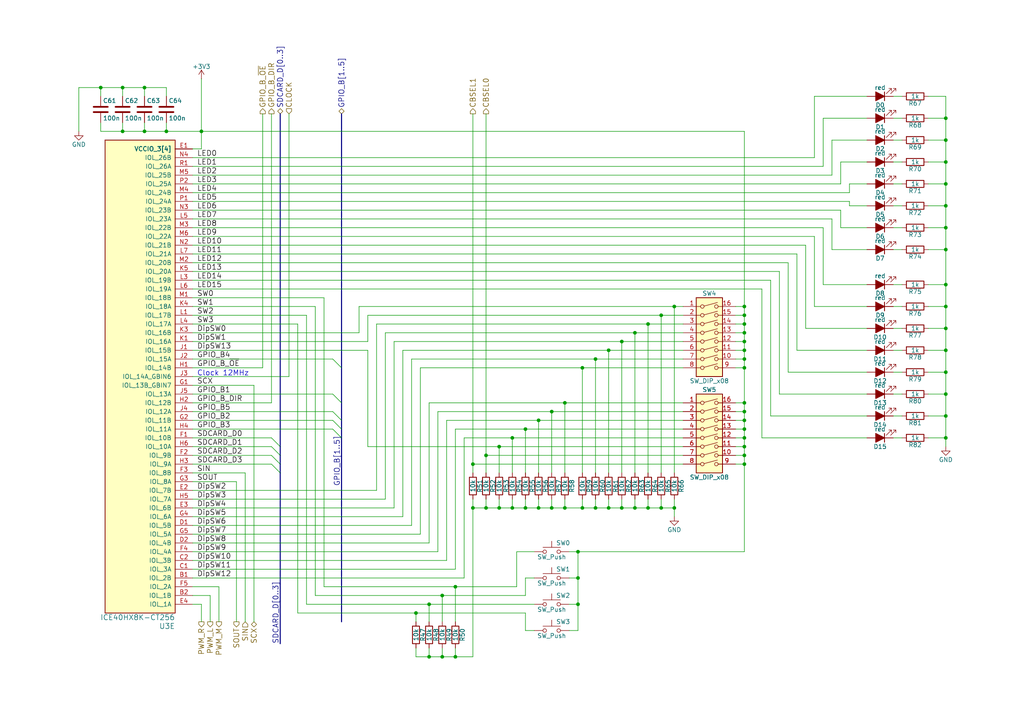
<source format=kicad_sch>
(kicad_sch (version 20231120) (generator "eeschema") (generator_version "8.0")
  (paper "A4")
  (title_block (title "Game Boy reverse eng. FPGA board") (date "2024-12-09") (rev "1") (company "CC-BY-SA-4.0 Michael Singer") (comment 1 "https://github.com/msinger/gbreveng/") (comment 2 "http://iceboy.a-singer.de/"))
  (junction (at 274.32 34.29))
  (junction (at 215.9 106.68))
  (junction (at 215.9 119.38))
  (junction (at 124.46 190.5))
  (junction (at 163.83 147.32))
  (junction (at 187.96 147.32))
  (junction (at 274.32 72.39))
  (junction (at 274.32 82.55))
  (junction (at 191.77 91.44))
  (junction (at 167.64 167.64))
  (junction (at 168.91 106.68))
  (junction (at 140.97 132.08))
  (junction (at 215.9 96.52))
  (junction (at 156.21 121.92))
  (junction (at 167.64 175.26))
  (junction (at 140.97 147.32))
  (junction (at 41.91 38.1))
  (junction (at 35.56 25.4))
  (junction (at 168.91 147.32))
  (junction (at 215.9 121.92))
  (junction (at 274.32 66.04))
  (junction (at 215.9 99.06))
  (junction (at 215.9 134.62))
  (junction (at 215.9 116.84))
  (junction (at 176.53 147.32))
  (junction (at 215.9 93.98))
  (junction (at 187.96 93.98))
  (junction (at 215.9 127))
  (junction (at 132.08 190.5))
  (junction (at 176.53 101.6))
  (junction (at 274.32 120.65))
  (junction (at 215.9 88.9))
  (junction (at 137.16 147.32))
  (junction (at 215.9 101.6))
  (junction (at 184.15 147.32))
  (junction (at 152.4 147.32))
  (junction (at 144.78 129.54))
  (junction (at 274.32 46.99))
  (junction (at 215.9 91.44))
  (junction (at 195.58 88.9))
  (junction (at 137.16 134.62))
  (junction (at 191.77 147.32))
  (junction (at 160.02 147.32))
  (junction (at 172.72 104.14))
  (junction (at 215.9 124.46))
  (junction (at 215.9 104.14))
  (junction (at 195.58 147.32))
  (junction (at 274.32 114.3))
  (junction (at 215.9 129.54))
  (junction (at 148.59 147.32))
  (junction (at 274.32 127))
  (junction (at 41.91 25.4))
  (junction (at 274.32 95.25))
  (junction (at 160.02 119.38))
  (junction (at 274.32 88.9))
  (junction (at 120.65 177.8))
  (junction (at 180.34 99.06))
  (junction (at 167.64 160.02))
  (junction (at 132.08 170.18))
  (junction (at 58.42 38.1))
  (junction (at 274.32 40.64))
  (junction (at 274.32 101.6))
  (junction (at 163.83 116.84))
  (junction (at 152.4 124.46))
  (junction (at 48.26 38.1))
  (junction (at 274.32 107.95))
  (junction (at 29.21 25.4))
  (junction (at 215.9 132.08))
  (junction (at 172.72 147.32))
  (junction (at 180.34 147.32))
  (junction (at 128.27 190.5))
  (junction (at 148.59 127))
  (junction (at 156.21 147.32))
  (junction (at 274.32 59.69))
  (junction (at 274.32 53.34))
  (junction (at 144.78 147.32))
  (junction (at 35.56 38.1))
  (junction (at 124.46 175.26))
  (junction (at 184.15 96.52))
  (junction (at 128.27 172.72))
  (bus_entry (at 78.74 134.62) (size 2.54 2.54))
  (bus_entry (at 78.74 132.08) (size 2.54 2.54))
  (bus_entry (at 96.52 124.46) (size 2.54 2.54))
  (bus_entry (at 78.74 127) (size 2.54 2.54))
  (bus_entry (at 78.74 129.54) (size 2.54 2.54))
  (bus_entry (at 96.52 104.14) (size 2.54 2.54))
  (bus_entry (at 96.52 119.38) (size 2.54 2.54))
  (bus_entry (at 96.52 121.92) (size 2.54 2.54))
  (bus_entry (at 96.52 114.3) (size 2.54 2.54))
  (wire (pts (xy 137.16 134.62) (xy 198.12 134.62)))
  (wire (pts (xy 132.08 180.34) (xy 132.08 170.18)))
  (wire (pts (xy 184.15 147.32) (xy 187.96 147.32)))
  (wire (pts (xy 129.54 121.92) (xy 156.21 121.92)))
  (wire (pts (xy 269.24 95.25) (xy 274.32 95.25)))
  (wire (pts (xy 236.22 88.9) (xy 236.22 68.58)))
  (wire (pts (xy 71.12 180.34) (xy 71.12 137.16)))
  (bus (pts (xy 99.06 124.46) (xy 99.06 127)))
  (wire (pts (xy 41.91 27.94) (xy 41.91 25.4)))
  (wire (pts (xy 274.32 120.65) (xy 274.32 127)))
  (wire (pts (xy 215.9 38.1) (xy 215.9 88.9)))
  (wire (pts (xy 55.88 139.7) (xy 68.58 139.7)))
  (wire (pts (xy 152.4 167.64) (xy 154.94 167.64)))
  (wire (pts (xy 195.58 137.16) (xy 195.58 88.9)))
  (bus (pts (xy 99.06 116.84) (xy 99.06 121.92)))
  (wire (pts (xy 140.97 144.78) (xy 140.97 147.32)))
  (wire (pts (xy 78.74 129.54) (xy 55.88 129.54)))
  (wire (pts (xy 167.64 160.02) (xy 167.64 167.64)))
  (wire (pts (xy 251.46 59.69) (xy 246.38 59.69)))
  (wire (pts (xy 152.4 124.46) (xy 198.12 124.46)))
  (wire (pts (xy 152.4 147.32) (xy 156.21 147.32)))
  (wire (pts (xy 215.9 96.52) (xy 213.36 96.52)))
  (wire (pts (xy 223.52 120.65) (xy 223.52 81.28)))
  (wire (pts (xy 132.08 124.46) (xy 152.4 124.46)))
  (wire (pts (xy 187.96 144.78) (xy 187.96 147.32)))
  (wire (pts (xy 78.74 132.08) (xy 55.88 132.08)))
  (wire (pts (xy 55.88 99.06) (xy 106.68 99.06)))
  (wire (pts (xy 187.96 93.98) (xy 198.12 93.98)))
  (wire (pts (xy 111.76 96.52) (xy 184.15 96.52)))
  (wire (pts (xy 176.53 147.32) (xy 180.34 147.32)))
  (wire (pts (xy 160.02 144.78) (xy 160.02 147.32)))
  (wire (pts (xy 187.96 147.32) (xy 191.77 147.32)))
  (wire (pts (xy 251.46 27.94) (xy 236.22 27.94)))
  (wire (pts (xy 55.88 160.02) (xy 127 160.02)))
  (wire (pts (xy 55.88 88.9) (xy 91.44 88.9)))
  (wire (pts (xy 215.9 127) (xy 213.36 127)))
  (wire (pts (xy 238.76 66.04) (xy 55.88 66.04)))
  (wire (pts (xy 215.9 91.44) (xy 215.9 93.98)))
  (wire (pts (xy 274.32 46.99) (xy 274.32 53.34)))
  (wire (pts (xy 128.27 180.34) (xy 128.27 172.72)))
  (wire (pts (xy 55.88 149.86) (xy 116.84 149.86)))
  (wire (pts (xy 163.83 116.84) (xy 198.12 116.84)))
  (wire (pts (xy 167.64 160.02) (xy 165.1 160.02)))
  (wire (pts (xy 261.62 114.3) (xy 259.08 114.3)))
  (wire (pts (xy 140.97 33.02) (xy 140.97 132.08)))
  (wire (pts (xy 29.21 25.4) (xy 35.56 25.4)))
  (wire (pts (xy 261.62 127) (xy 259.08 127)))
  (wire (pts (xy 134.62 167.64) (xy 134.62 127)))
  (wire (pts (xy 48.26 35.56) (xy 48.26 38.1)))
  (wire (pts (xy 215.9 134.62) (xy 213.36 134.62)))
  (wire (pts (xy 124.46 157.48) (xy 124.46 116.84)))
  (wire (pts (xy 58.42 43.18) (xy 55.88 43.18)))
  (wire (pts (xy 274.32 34.29) (xy 269.24 34.29)))
  (wire (pts (xy 215.9 91.44) (xy 213.36 91.44)))
  (wire (pts (xy 269.24 107.95) (xy 274.32 107.95)))
  (wire (pts (xy 41.91 38.1) (xy 41.91 35.56)))
  (wire (pts (xy 215.9 106.68) (xy 213.36 106.68)))
  (wire (pts (xy 241.3 72.39) (xy 241.3 63.5)))
  (wire (pts (xy 165.1 175.26) (xy 167.64 175.26)))
  (wire (pts (xy 78.74 116.84) (xy 78.74 33.02)))
  (wire (pts (xy 261.62 46.99) (xy 259.08 46.99)))
  (wire (pts (xy 226.06 78.74) (xy 55.88 78.74)))
  (wire (pts (xy 165.1 167.64) (xy 167.64 167.64)))
  (bus (pts (xy 99.06 106.68) (xy 99.06 116.84)))
  (wire (pts (xy 215.9 104.14) (xy 213.36 104.14)))
  (wire (pts (xy 223.52 81.28) (xy 55.88 81.28)))
  (wire (pts (xy 180.34 144.78) (xy 180.34 147.32)))
  (wire (pts (xy 104.14 88.9) (xy 195.58 88.9)))
  (wire (pts (xy 55.88 91.44) (xy 88.9 91.44)))
  (wire (pts (xy 274.32 95.25) (xy 274.32 101.6)))
  (wire (pts (xy 132.08 170.18) (xy 149.86 170.18)))
  (wire (pts (xy 195.58 147.32) (xy 195.58 149.86)))
  (wire (pts (xy 29.21 27.94) (xy 29.21 25.4)))
  (wire (pts (xy 187.96 137.16) (xy 187.96 93.98)))
  (wire (pts (xy 274.32 107.95) (xy 274.32 114.3)))
  (wire (pts (xy 228.6 76.2) (xy 55.88 76.2)))
  (wire (pts (xy 274.32 59.69) (xy 274.32 66.04)))
  (wire (pts (xy 274.32 72.39) (xy 269.24 72.39)))
  (wire (pts (xy 231.14 101.6) (xy 231.14 73.66)))
  (wire (pts (xy 124.46 190.5) (xy 128.27 190.5)))
  (wire (pts (xy 251.46 127) (xy 220.98 127)))
  (wire (pts (xy 259.08 120.65) (xy 261.62 120.65)))
  (wire (pts (xy 55.88 111.76) (xy 73.66 111.76)))
  (wire (pts (xy 215.9 106.68) (xy 215.9 116.84)))
  (wire (pts (xy 184.15 137.16) (xy 184.15 96.52)))
  (wire (pts (xy 241.3 63.5) (xy 55.88 63.5)))
  (wire (pts (xy 176.53 137.16) (xy 176.53 101.6)))
  (wire (pts (xy 137.16 147.32) (xy 140.97 147.32)))
  (wire (pts (xy 220.98 127) (xy 220.98 83.82)))
  (bus (pts (xy 99.06 33.02) (xy 99.06 106.68)))
  (wire (pts (xy 215.9 99.06) (xy 213.36 99.06)))
  (wire (pts (xy 149.86 170.18) (xy 149.86 160.02)))
  (wire (pts (xy 55.88 147.32) (xy 114.3 147.32)))
  (wire (pts (xy 124.46 187.96) (xy 124.46 190.5)))
  (wire (pts (xy 243.84 53.34) (xy 55.88 53.34)))
  (wire (pts (xy 274.32 27.94) (xy 274.32 34.29)))
  (wire (pts (xy 215.9 116.84) (xy 215.9 119.38)))
  (wire (pts (xy 73.66 111.76) (xy 73.66 180.34)))
  (wire (pts (xy 274.32 59.69) (xy 269.24 59.69)))
  (wire (pts (xy 22.86 25.4) (xy 22.86 38.1)))
  (wire (pts (xy 86.36 177.8) (xy 120.65 177.8)))
  (wire (pts (xy 180.34 147.32) (xy 184.15 147.32)))
  (bus (pts (xy 81.28 134.62) (xy 81.28 137.16)))
  (wire (pts (xy 172.72 104.14) (xy 198.12 104.14)))
  (wire (pts (xy 274.32 72.39) (xy 274.32 82.55)))
  (wire (pts (xy 251.46 72.39) (xy 241.3 72.39)))
  (wire (pts (xy 55.88 137.16) (xy 71.12 137.16)))
  (wire (pts (xy 91.44 88.9) (xy 91.44 172.72)))
  (wire (pts (xy 163.83 144.78) (xy 163.83 147.32)))
  (wire (pts (xy 29.21 38.1) (xy 35.56 38.1)))
  (wire (pts (xy 137.16 134.62) (xy 137.16 137.16)))
  (wire (pts (xy 152.4 182.88) (xy 154.94 182.88)))
  (wire (pts (xy 55.88 152.4) (xy 119.38 152.4)))
  (wire (pts (xy 144.78 147.32) (xy 148.59 147.32)))
  (wire (pts (xy 215.9 119.38) (xy 213.36 119.38)))
  (wire (pts (xy 269.24 53.34) (xy 274.32 53.34)))
  (wire (pts (xy 215.9 124.46) (xy 213.36 124.46)))
  (wire (pts (xy 251.46 53.34) (xy 246.38 53.34)))
  (wire (pts (xy 168.91 147.32) (xy 172.72 147.32)))
  (wire (pts (xy 114.3 147.32) (xy 114.3 99.06)))
  (wire (pts (xy 251.46 66.04) (xy 243.84 66.04)))
  (wire (pts (xy 269.24 66.04) (xy 274.32 66.04)))
  (bus (pts (xy 81.28 137.16) (xy 81.28 186.69)))
  (wire (pts (xy 124.46 175.26) (xy 154.94 175.26)))
  (wire (pts (xy 251.46 114.3) (xy 226.06 114.3)))
  (wire (pts (xy 243.84 46.99) (xy 243.84 53.34)))
  (wire (pts (xy 259.08 66.04) (xy 261.62 66.04)))
  (wire (pts (xy 106.68 101.6) (xy 106.68 129.54)))
  (wire (pts (xy 137.16 190.5) (xy 137.16 147.32)))
  (wire (pts (xy 251.46 101.6) (xy 231.14 101.6)))
  (wire (pts (xy 55.88 175.26) (xy 58.42 175.26)))
  (wire (pts (xy 132.08 165.1) (xy 132.08 124.46)))
  (wire (pts (xy 172.72 137.16) (xy 172.72 104.14)))
  (wire (pts (xy 58.42 38.1) (xy 215.9 38.1)))
  (wire (pts (xy 168.91 106.68) (xy 198.12 106.68)))
  (wire (pts (xy 251.46 82.55) (xy 238.76 82.55)))
  (wire (pts (xy 160.02 137.16) (xy 160.02 119.38)))
  (wire (pts (xy 55.88 119.38) (xy 96.52 119.38)))
  (wire (pts (xy 55.88 93.98) (xy 86.36 93.98)))
  (wire (pts (xy 215.9 104.14) (xy 215.9 106.68)))
  (wire (pts (xy 172.72 147.32) (xy 176.53 147.32)))
  (bus (pts (xy 81.28 33.02) (xy 81.28 129.54)))
  (wire (pts (xy 137.16 33.02) (xy 137.16 134.62)))
  (wire (pts (xy 215.9 116.84) (xy 213.36 116.84)))
  (wire (pts (xy 124.46 116.84) (xy 163.83 116.84)))
  (wire (pts (xy 167.64 182.88) (xy 165.1 182.88)))
  (wire (pts (xy 119.38 152.4) (xy 119.38 104.14)))
  (wire (pts (xy 195.58 144.78) (xy 195.58 147.32)))
  (wire (pts (xy 120.65 177.8) (xy 152.4 177.8)))
  (wire (pts (xy 274.32 114.3) (xy 269.24 114.3)))
  (wire (pts (xy 215.9 121.92) (xy 213.36 121.92)))
  (wire (pts (xy 274.32 127) (xy 269.24 127)))
  (wire (pts (xy 144.78 129.54) (xy 198.12 129.54)))
  (wire (pts (xy 238.76 34.29) (xy 238.76 48.26)))
  (wire (pts (xy 120.65 180.34) (xy 120.65 177.8)))
  (wire (pts (xy 236.22 68.58) (xy 55.88 68.58)))
  (wire (pts (xy 274.32 88.9) (xy 269.24 88.9)))
  (wire (pts (xy 152.4 137.16) (xy 152.4 124.46)))
  (wire (pts (xy 274.32 82.55) (xy 274.32 88.9)))
  (wire (pts (xy 132.08 190.5) (xy 132.08 187.96)))
  (wire (pts (xy 215.9 119.38) (xy 215.9 121.92)))
  (wire (pts (xy 58.42 175.26) (xy 58.42 180.34)))
  (wire (pts (xy 215.9 96.52) (xy 215.9 99.06)))
  (wire (pts (xy 109.22 93.98) (xy 187.96 93.98)))
  (wire (pts (xy 215.9 129.54) (xy 213.36 129.54)))
  (wire (pts (xy 55.88 167.64) (xy 134.62 167.64)))
  (wire (pts (xy 228.6 107.95) (xy 228.6 76.2)))
  (wire (pts (xy 259.08 27.94) (xy 261.62 27.94)))
  (wire (pts (xy 241.3 50.8) (xy 55.88 50.8)))
  (wire (pts (xy 274.32 82.55) (xy 269.24 82.55)))
  (wire (pts (xy 269.24 40.64) (xy 274.32 40.64)))
  (wire (pts (xy 55.88 86.36) (xy 93.98 86.36)))
  (wire (pts (xy 86.36 93.98) (xy 86.36 177.8)))
  (wire (pts (xy 167.64 175.26) (xy 167.64 182.88)))
  (wire (pts (xy 215.9 93.98) (xy 213.36 93.98)))
  (wire (pts (xy 259.08 107.95) (xy 261.62 107.95)))
  (wire (pts (xy 156.21 137.16) (xy 156.21 121.92)))
  (wire (pts (xy 124.46 180.34) (xy 124.46 175.26)))
  (wire (pts (xy 160.02 147.32) (xy 163.83 147.32)))
  (wire (pts (xy 55.88 114.3) (xy 96.52 114.3)))
  (wire (pts (xy 111.76 144.78) (xy 111.76 96.52)))
  (wire (pts (xy 121.92 154.94) (xy 121.92 106.68)))
  (wire (pts (xy 96.52 121.92) (xy 55.88 121.92)))
  (wire (pts (xy 152.4 172.72) (xy 152.4 167.64)))
  (wire (pts (xy 274.32 101.6) (xy 269.24 101.6)))
  (bus (pts (xy 99.06 121.92) (xy 99.06 124.46)))
  (wire (pts (xy 274.32 46.99) (xy 269.24 46.99)))
  (wire (pts (xy 191.77 91.44) (xy 198.12 91.44)))
  (wire (pts (xy 35.56 35.56) (xy 35.56 38.1)))
  (wire (pts (xy 246.38 58.42) (xy 55.88 58.42)))
  (wire (pts (xy 76.2 106.68) (xy 76.2 33.02)))
  (wire (pts (xy 116.84 101.6) (xy 176.53 101.6)))
  (wire (pts (xy 215.9 93.98) (xy 215.9 96.52)))
  (wire (pts (xy 269.24 27.94) (xy 274.32 27.94)))
  (wire (pts (xy 220.98 83.82) (xy 55.88 83.82)))
  (wire (pts (xy 156.21 121.92) (xy 198.12 121.92)))
  (bus (pts (xy 81.28 129.54) (xy 81.28 132.08)))
  (wire (pts (xy 137.16 147.32) (xy 137.16 144.78)))
  (wire (pts (xy 35.56 38.1) (xy 41.91 38.1)))
  (wire (pts (xy 184.15 96.52) (xy 198.12 96.52)))
  (bus (pts (xy 99.06 127) (xy 99.06 180.34)))
  (wire (pts (xy 215.9 99.06) (xy 215.9 101.6)))
  (wire (pts (xy 215.9 124.46) (xy 215.9 127)))
  (wire (pts (xy 106.68 129.54) (xy 144.78 129.54)))
  (wire (pts (xy 93.98 86.36) (xy 93.98 170.18)))
  (wire (pts (xy 55.88 116.84) (xy 78.74 116.84)))
  (wire (pts (xy 104.14 96.52) (xy 104.14 88.9)))
  (wire (pts (xy 168.91 137.16) (xy 168.91 106.68)))
  (wire (pts (xy 233.68 71.12) (xy 55.88 71.12)))
  (wire (pts (xy 215.9 127) (xy 215.9 129.54)))
  (wire (pts (xy 132.08 190.5) (xy 137.16 190.5)))
  (wire (pts (xy 274.32 53.34) (xy 274.32 59.69)))
  (wire (pts (xy 176.53 101.6) (xy 198.12 101.6)))
  (wire (pts (xy 41.91 25.4) (xy 48.26 25.4)))
  (wire (pts (xy 215.9 121.92) (xy 215.9 124.46)))
  (wire (pts (xy 215.9 132.08) (xy 213.36 132.08)))
  (wire (pts (xy 246.38 59.69) (xy 246.38 58.42)))
  (wire (pts (xy 156.21 144.78) (xy 156.21 147.32)))
  (wire (pts (xy 168.91 144.78) (xy 168.91 147.32)))
  (wire (pts (xy 261.62 59.69) (xy 259.08 59.69)))
  (wire (pts (xy 215.9 101.6) (xy 213.36 101.6)))
  (wire (pts (xy 233.68 95.25) (xy 233.68 71.12)))
  (wire (pts (xy 119.38 104.14) (xy 172.72 104.14)))
  (wire (pts (xy 68.58 180.34) (xy 68.58 139.7)))
  (wire (pts (xy 180.34 99.06) (xy 180.34 137.16)))
  (wire (pts (xy 55.88 172.72) (xy 60.96 172.72)))
  (wire (pts (xy 269.24 120.65) (xy 274.32 120.65)))
  (wire (pts (xy 96.52 104.14) (xy 55.88 104.14)))
  (wire (pts (xy 259.08 40.64) (xy 261.62 40.64)))
  (wire (pts (xy 191.77 137.16) (xy 191.77 91.44)))
  (wire (pts (xy 251.46 88.9) (xy 236.22 88.9)))
  (wire (pts (xy 215.9 88.9) (xy 215.9 91.44)))
  (wire (pts (xy 88.9 91.44) (xy 88.9 175.26)))
  (wire (pts (xy 243.84 66.04) (xy 243.84 60.96)))
  (wire (pts (xy 114.3 99.06) (xy 180.34 99.06)))
  (wire (pts (xy 148.59 127) (xy 198.12 127)))
  (wire (pts (xy 55.88 154.94) (xy 121.92 154.94)))
  (wire (pts (xy 191.77 144.78) (xy 191.77 147.32)))
  (wire (pts (xy 236.22 45.72) (xy 55.88 45.72)))
  (wire (pts (xy 128.27 172.72) (xy 152.4 172.72)))
  (wire (pts (xy 215.9 88.9) (xy 213.36 88.9)))
  (wire (pts (xy 274.32 127) (xy 274.32 129.54)))
  (wire (pts (xy 261.62 88.9) (xy 259.08 88.9)))
  (wire (pts (xy 140.97 132.08) (xy 140.97 137.16)))
  (wire (pts (xy 236.22 27.94) (xy 236.22 45.72)))
  (wire (pts (xy 60.96 172.72) (xy 60.96 180.34)))
  (wire (pts (xy 109.22 142.24) (xy 109.22 93.98)))
  (wire (pts (xy 121.92 106.68) (xy 168.91 106.68)))
  (wire (pts (xy 129.54 162.56) (xy 129.54 121.92)))
  (wire (pts (xy 251.46 34.29) (xy 238.76 34.29)))
  (wire (pts (xy 261.62 34.29) (xy 259.08 34.29)))
  (wire (pts (xy 29.21 38.1) (xy 29.21 35.56)))
  (wire (pts (xy 58.42 22.86) (xy 58.42 38.1)))
  (wire (pts (xy 226.06 114.3) (xy 226.06 78.74)))
  (wire (pts (xy 148.59 137.16) (xy 148.59 127)))
  (wire (pts (xy 243.84 60.96) (xy 55.88 60.96)))
  (wire (pts (xy 55.88 144.78) (xy 111.76 144.78)))
  (wire (pts (xy 246.38 53.34) (xy 246.38 55.88)))
  (wire (pts (xy 55.88 109.22) (xy 83.82 109.22)))
  (wire (pts (xy 48.26 38.1) (xy 58.42 38.1)))
  (wire (pts (xy 167.64 167.64) (xy 167.64 175.26)))
  (wire (pts (xy 215.9 160.02) (xy 167.64 160.02)))
  (wire (pts (xy 238.76 82.55) (xy 238.76 66.04)))
  (wire (pts (xy 238.76 48.26) (xy 55.88 48.26)))
  (wire (pts (xy 172.72 144.78) (xy 172.72 147.32)))
  (wire (pts (xy 274.32 66.04) (xy 274.32 72.39)))
  (wire (pts (xy 251.46 40.64) (xy 241.3 40.64)))
  (bus (pts (xy 81.28 132.08) (xy 81.28 134.62)))
  (wire (pts (xy 251.46 95.25) (xy 233.68 95.25)))
  (wire (pts (xy 195.58 88.9) (xy 198.12 88.9)))
  (wire (pts (xy 55.88 134.62) (xy 78.74 134.62)))
  (wire (pts (xy 152.4 144.78) (xy 152.4 147.32)))
  (wire (pts (xy 127 119.38) (xy 160.02 119.38)))
  (wire (pts (xy 63.5 170.18) (xy 63.5 180.34)))
  (wire (pts (xy 259.08 53.34) (xy 261.62 53.34)))
  (wire (pts (xy 160.02 119.38) (xy 198.12 119.38)))
  (wire (pts (xy 274.32 101.6) (xy 274.32 107.95)))
  (wire (pts (xy 128.27 187.96) (xy 128.27 190.5)))
  (wire (pts (xy 144.78 137.16) (xy 144.78 129.54)))
  (wire (pts (xy 241.3 40.64) (xy 241.3 50.8)))
  (wire (pts (xy 152.4 177.8) (xy 152.4 182.88)))
  (wire (pts (xy 246.38 55.88) (xy 55.88 55.88)))
  (wire (pts (xy 41.91 38.1) (xy 48.26 38.1)))
  (wire (pts (xy 274.32 40.64) (xy 274.32 46.99)))
  (wire (pts (xy 78.74 127) (xy 55.88 127)))
  (wire (pts (xy 35.56 27.94) (xy 35.56 25.4)))
  (wire (pts (xy 184.15 144.78) (xy 184.15 147.32)))
  (wire (pts (xy 106.68 99.06) (xy 106.68 91.44)))
  (wire (pts (xy 128.27 190.5) (xy 132.08 190.5)))
  (wire (pts (xy 163.83 147.32) (xy 168.91 147.32)))
  (wire (pts (xy 140.97 147.32) (xy 144.78 147.32)))
  (wire (pts (xy 148.59 147.32) (xy 152.4 147.32)))
  (wire (pts (xy 180.34 99.06) (xy 198.12 99.06)))
  (wire (pts (xy 261.62 72.39) (xy 259.08 72.39)))
  (wire (pts (xy 55.88 157.48) (xy 124.46 157.48)))
  (wire (pts (xy 144.78 144.78) (xy 144.78 147.32)))
  (wire (pts (xy 116.84 149.86) (xy 116.84 101.6)))
  (wire (pts (xy 91.44 172.72) (xy 128.27 172.72)))
  (wire (pts (xy 215.9 134.62) (xy 215.9 160.02)))
  (wire (pts (xy 274.32 34.29) (xy 274.32 40.64)))
  (wire (pts (xy 48.26 25.4) (xy 48.26 27.94)))
  (wire (pts (xy 149.86 160.02) (xy 154.94 160.02)))
  (wire (pts (xy 191.77 147.32) (xy 195.58 147.32)))
  (wire (pts (xy 55.88 165.1) (xy 132.08 165.1)))
  (wire (pts (xy 215.9 101.6) (xy 215.9 104.14)))
  (wire (pts (xy 215.9 132.08) (xy 215.9 134.62)))
  (wire (pts (xy 251.46 107.95) (xy 228.6 107.95)))
  (wire (pts (xy 251.46 46.99) (xy 243.84 46.99)))
  (wire (pts (xy 134.62 127) (xy 148.59 127)))
  (wire (pts (xy 58.42 38.1) (xy 58.42 43.18)))
  (wire (pts (xy 83.82 109.22) (xy 83.82 33.02)))
  (wire (pts (xy 55.88 142.24) (xy 109.22 142.24)))
  (wire (pts (xy 127 160.02) (xy 127 119.38)))
  (wire (pts (xy 55.88 162.56) (xy 129.54 162.56)))
  (wire (pts (xy 120.65 187.96) (xy 120.65 190.5)))
  (wire (pts (xy 156.21 147.32) (xy 160.02 147.32)))
  (wire (pts (xy 261.62 101.6) (xy 259.08 101.6)))
  (wire (pts (xy 259.08 82.55) (xy 261.62 82.55)))
  (wire (pts (xy 88.9 175.26) (xy 124.46 175.26)))
  (wire (pts (xy 274.32 88.9) (xy 274.32 95.25)))
  (wire (pts (xy 35.56 25.4) (xy 41.91 25.4)))
  (wire (pts (xy 148.59 144.78) (xy 148.59 147.32)))
  (wire (pts (xy 55.88 96.52) (xy 104.14 96.52)))
  (wire (pts (xy 215.9 129.54) (xy 215.9 132.08)))
  (wire (pts (xy 274.32 114.3) (xy 274.32 120.65)))
  (wire (pts (xy 93.98 170.18) (xy 132.08 170.18)))
  (wire (pts (xy 55.88 106.68) (xy 76.2 106.68)))
  (wire (pts (xy 259.08 95.25) (xy 261.62 95.25)))
  (wire (pts (xy 163.83 137.16) (xy 163.83 116.84)))
  (wire (pts (xy 120.65 190.5) (xy 124.46 190.5)))
  (wire (pts (xy 176.53 144.78) (xy 176.53 147.32)))
  (wire (pts (xy 106.68 91.44) (xy 191.77 91.44)))
  (wire (pts (xy 231.14 73.66) (xy 55.88 73.66)))
  (wire (pts (xy 198.12 132.08) (xy 140.97 132.08)))
  (wire (pts (xy 22.86 25.4) (xy 29.21 25.4)))
  (wire (pts (xy 55.88 170.18) (xy 63.5 170.18)))
  (wire (pts (xy 55.88 124.46) (xy 96.52 124.46)))
  (wire (pts (xy 251.46 120.65) (xy 223.52 120.65)))
  (wire (pts (xy 55.88 101.6) (xy 106.68 101.6)))
  (text "Clock 12MHz" (at 57.15 109.22 0) (effects (font (size 1.524 1.524)) (justify left bottom)))
  (label "DipSW1" (at 57.15 99.06 0) (effects (font (size 1.524 1.524))))
  (label "LED5" (at 57.15 58.42 0) (effects (font (size 1.524 1.524))))
  (label "LED6" (at 57.15 60.96 0) (effects (font (size 1.524 1.524))))
  (label "LED12" (at 57.15 76.2 0) (effects (font (size 1.524 1.524))))
  (label "DipSW3" (at 57.15 144.78 0) (effects (font (size 1.524 1.524))))
  (label "DipSW5" (at 57.15 149.86 0) (effects (font (size 1.524 1.524))))
  (label "GPIO_B3" (at 57.15 124.46 0) (effects (font (size 1.524 1.524))))
  (label "DipSW13" (at 57.15 101.6 0) (effects (font (size 1.524 1.524))))
  (label "DipSW7" (at 57.15 154.94 0) (effects (font (size 1.524 1.524))))
  (label "DipSW12" (at 57.15 167.64 0) (effects (font (size 1.524 1.524))))
  (label "LED4" (at 57.15 55.88 0) (effects (font (size 1.524 1.524))))
  (label "SW1" (at 57.15 88.9 0) (effects (font (size 1.524 1.524))))
  (label "SCX" (at 57.15 111.76 0) (effects (font (size 1.524 1.524))))
  (label "DipSW6" (at 57.15 152.4 0) (effects (font (size 1.524 1.524))))
  (label "LED15" (at 57.15 83.82 0) (effects (font (size 1.524 1.524))))
  (label "DipSW10" (at 57.15 162.56 0) (effects (font (size 1.524 1.524))))
  (label "LED0" (at 57.15 45.72 0) (effects (font (size 1.524 1.524))))
  (label "DipSW11" (at 57.15 165.1 0) (effects (font (size 1.524 1.524))))
  (label "GPIO_B_~{OE}" (at 57.15 106.68 0) (effects (font (size 1.524 1.524))))
  (label "DipSW0" (at 57.15 96.52 0) (effects (font (size 1.524 1.524))))
  (label "GPIO_B4" (at 57.15 104.14 0) (effects (font (size 1.524 1.524))))
  (label "GPIO_B5" (at 57.15 119.38 0) (effects (font (size 1.524 1.524))))
  (label "SOUT" (at 57.15 139.7 0) (effects (font (size 1.524 1.524))))
  (label "SW0" (at 57.15 86.36 0) (effects (font (size 1.524 1.524))))
  (label "SDCARD_D3" (at 57.15 134.62 0) (effects (font (size 1.524 1.524))))
  (label "DipSW4" (at 57.15 147.32 0) (effects (font (size 1.524 1.524))))
  (label "SDCARD_D1" (at 57.15 129.54 0) (effects (font (size 1.524 1.524))))
  (label "LED10" (at 57.15 71.12 0) (effects (font (size 1.524 1.524))))
  (label "DipSW8" (at 57.15 157.48 0) (effects (font (size 1.524 1.524))))
  (label "LED14" (at 57.15 81.28 0) (effects (font (size 1.524 1.524))))
  (label "SW2" (at 57.15 91.44 0) (effects (font (size 1.524 1.524))))
  (label "SDCARD_D2" (at 57.15 132.08 0) (effects (font (size 1.524 1.524))))
  (label "GPIO_B2" (at 57.15 121.92 0) (effects (font (size 1.524 1.524))))
  (label "LED8" (at 57.15 66.04 0) (effects (font (size 1.524 1.524))))
  (label "SIN" (at 57.15 137.16 0) (effects (font (size 1.524 1.524))))
  (label "LED9" (at 57.15 68.58 0) (effects (font (size 1.524 1.524))))
  (label "SDCARD_D0" (at 57.15 127 0) (effects (font (size 1.524 1.524))))
  (label "SDCARD_D[0..3]" (at 81.28 186.69 90) (effects (font (size 1.524 1.524))))
  (label "GPIO_B[1..5]" (at 99.06 140.97 90) (effects (font (size 1.524 1.524))))
  (label "SW3" (at 57.15 93.98 0) (effects (font (size 1.524 1.524))))
  (label "LED7" (at 57.15 63.5 0) (effects (font (size 1.524 1.524))))
  (label "LED2" (at 57.15 50.8 0) (effects (font (size 1.524 1.524))))
  (label "DipSW2" (at 57.15 142.24 0) (effects (font (size 1.524 1.524))))
  (label "GPIO_B1" (at 57.15 114.3 0) (effects (font (size 1.524 1.524))))
  (label "LED11" (at 57.15 73.66 0) (effects (font (size 1.524 1.524))))
  (label "LED13" (at 57.15 78.74 0) (effects (font (size 1.524 1.524))))
  (label "GPIO_B_DIR" (at 57.15 116.84 0) (effects (font (size 1.524 1.524))))
  (label "LED3" (at 57.15 53.34 0) (effects (font (size 1.524 1.524))))
  (label "LED1" (at 57.15 48.26 0) (effects (font (size 1.524 1.524))))
  (label "DipSW9" (at 57.15 160.02 0) (effects (font (size 1.524 1.524))))
  (hierarchical_label "SCX" (shape bidirectional) (at 73.66 180.34 270) (effects (font (size 1.524 1.524))))
  (hierarchical_label "GPIO_B_~{OE}" (shape output) (at 76.2 33.02 90) (effects (font (size 1.524 1.524))))
  (hierarchical_label "GPIO_B_DIR" (shape output) (at 78.74 33.02 90) (effects (font (size 1.524 1.524))))
  (hierarchical_label "PWM_R" (shape output) (at 58.42 180.34 270) (effects (font (size 1.524 1.524))))
  (hierarchical_label "GPIO_B[1..5]" (shape tri_state) (at 99.06 33.02 90) (effects (font (size 1.524 1.524))))
  (hierarchical_label "SIN" (shape input) (at 71.12 180.34 270) (effects (font (size 1.524 1.524))))
  (hierarchical_label "CLOCK" (shape input) (at 83.82 33.02 90) (effects (font (size 1.524 1.524))))
  (hierarchical_label "PWM_M" (shape output) (at 63.5 180.34 270) (effects (font (size 1.524 1.524))))
  (hierarchical_label "SOUT" (shape output) (at 68.58 180.34 270) (effects (font (size 1.524 1.524))))
  (hierarchical_label "SDCARD_D[0..3]" (shape bidirectional) (at 81.28 33.02 90) (effects (font (size 1.524 1.524))))
  (hierarchical_label "CBSEL1" (shape output) (at 137.16 33.02 90) (effects (font (size 1.524 1.524))))
  (hierarchical_label "CBSEL0" (shape output) (at 140.97 33.02 90) (effects (font (size 1.524 1.524))))
  (hierarchical_label "PWM_L" (shape output) (at 60.96 180.34 270) (effects (font (size 1.524 1.524))))
  (symbol (lib_id "FPGA_Lattice_ICE40HX8K:ICE40HX8K-CT256") (at 55.88 175.26 180) (unit 5)
    (property "Reference" "U3" (at 50.8 181.61 0) (effects (font (size 1.524 1.524)) (justify left)))
    (property "Value" "ICE40HX8K-CT256" (at 50.8 179.07 0) (effects (font (size 1.524 1.524)) (justify left)))
    (property "Footprint" "Package_BGA:BGA-256_14.0x14.0mm_Layout16x16_P0.8mm_Ball0.45mm_Pad0.32mm_NSMD" (effects (hide yes)))
    (property "Datasheet" "http://www.latticesemi.com/Products/FPGAandCPLD/iCE40" (effects (hide yes)))
    (property "Description" "iCE40 HX FPGA, 7680 LUTs, 1.2V, BGA-256" (effects (hide yes)))
  )
  (symbol (lib_id "Device:C") (at 48.26 31.75 0) (unit 1)
    (property "Reference" "C64" (at 48.895 29.21 0) (effects (justify left)))
    (property "Value" "100n" (at 48.895 34.29 0) (effects (justify left)))
    (property "Footprint" "Capacitor_SMD:C_0402_1005Metric_Pad0.74x0.62mm_HandSolder" (effects (hide yes)))
    (property "Description" "Unpolarized capacitor" (effects (hide yes)))
  )
  (symbol (lib_id "Device:C") (at 41.91 31.75 0) (unit 1)
    (property "Reference" "C63" (at 42.545 29.21 0) (effects (justify left)))
    (property "Value" "100n" (at 42.545 34.29 0) (effects (justify left)))
    (property "Footprint" "Capacitor_SMD:C_0402_1005Metric_Pad0.74x0.62mm_HandSolder" (effects (hide yes)))
    (property "Description" "Unpolarized capacitor" (effects (hide yes)))
  )
  (symbol (lib_id "Device:C") (at 35.56 31.75 0) (unit 1)
    (property "Reference" "C62" (at 36.195 29.21 0) (effects (justify left)))
    (property "Value" "100n" (at 36.195 34.29 0) (effects (justify left)))
    (property "Footprint" "Capacitor_SMD:C_0402_1005Metric_Pad0.74x0.62mm_HandSolder" (effects (hide yes)))
    (property "Description" "Unpolarized capacitor" (effects (hide yes)))
  )
  (symbol (lib_id "Device:C") (at 29.21 31.75 0) (unit 1)
    (property "Reference" "C61" (at 29.845 29.21 0) (effects (justify left)))
    (property "Value" "100n" (at 29.845 34.29 0) (effects (justify left)))
    (property "Footprint" "Capacitor_SMD:C_0402_1005Metric_Pad0.74x0.62mm_HandSolder" (effects (hide yes)))
    (property "Description" "Unpolarized capacitor" (effects (hide yes)))
  )
  (symbol (lib_id "power:GND") (at 22.86 38.1 0) (unit 1)
    (property "Reference" "#PWR074" (effects (hide yes)))
    (property "Value" "GND" (at 22.86 41.91 0))
    (property "Description" "Power symbol creates a global label with name \"GND\" , ground" (effects (hide yes)))
  )
  (symbol (lib_id "power:+3V3") (at 58.42 22.86 0) (unit 1)
    (property "Reference" "#PWR075" (effects (hide yes)))
    (property "Value" "+3V3" (at 58.42 19.304 0))
    (property "Description" "Power symbol creates a global label with name \"+3V3\"" (effects (hide yes)))
  )
  (symbol (lib_id "Device:LED_Filled") (at 255.27 27.94 180) (unit 1)
    (property "Reference" "D0" (at 255.27 30.48 0))
    (property "Value" "red" (at 255.27 25.4 0))
    (property "Footprint" "LED_SMD:LED_0805_2012Metric_Pad1.15x1.40mm_HandSolder" (effects (hide yes)))
    (property "Description" "Light emitting diode, filled shape" (effects (hide yes)))
  )
  (symbol (lib_id "Device:R") (at 265.43 27.94 270) (unit 1)
    (property "Reference" "R67" (at 265.43 29.972 90))
    (property "Value" "1k" (at 265.43 27.94 90))
    (property "Footprint" "Resistor_SMD:R_0402_1005Metric" (effects (hide yes)))
    (property "Description" "Resistor" (effects (hide yes)))
  )
  (symbol (lib_id "Device:R") (at 265.43 34.29 270) (unit 1)
    (property "Reference" "R68" (at 265.43 36.322 90))
    (property "Value" "1k" (at 265.43 34.29 90))
    (property "Footprint" "Resistor_SMD:R_0402_1005Metric" (effects (hide yes)))
    (property "Description" "Resistor" (effects (hide yes)))
  )
  (symbol (lib_id "Device:R") (at 265.43 40.64 270) (unit 1)
    (property "Reference" "R69" (at 265.43 42.672 90))
    (property "Value" "1k" (at 265.43 40.64 90))
    (property "Footprint" "Resistor_SMD:R_0402_1005Metric" (effects (hide yes)))
    (property "Description" "Resistor" (effects (hide yes)))
  )
  (symbol (lib_id "Device:R") (at 265.43 46.99 270) (unit 1)
    (property "Reference" "R70" (at 265.43 49.022 90))
    (property "Value" "1k" (at 265.43 46.99 90))
    (property "Footprint" "Resistor_SMD:R_0402_1005Metric" (effects (hide yes)))
    (property "Description" "Resistor" (effects (hide yes)))
  )
  (symbol (lib_id "Device:R") (at 265.43 53.34 270) (unit 1)
    (property "Reference" "R71" (at 265.43 55.372 90))
    (property "Value" "1k" (at 265.43 53.34 90))
    (property "Footprint" "Resistor_SMD:R_0402_1005Metric" (effects (hide yes)))
    (property "Description" "Resistor" (effects (hide yes)))
  )
  (symbol (lib_id "Device:R") (at 265.43 59.69 270) (unit 1)
    (property "Reference" "R72" (at 265.43 61.722 90))
    (property "Value" "1k" (at 265.43 59.69 90))
    (property "Footprint" "Resistor_SMD:R_0402_1005Metric" (effects (hide yes)))
    (property "Description" "Resistor" (effects (hide yes)))
  )
  (symbol (lib_id "Device:R") (at 265.43 66.04 270) (unit 1)
    (property "Reference" "R73" (at 265.43 68.072 90))
    (property "Value" "1k" (at 265.43 66.04 90))
    (property "Footprint" "Resistor_SMD:R_0402_1005Metric" (effects (hide yes)))
    (property "Description" "Resistor" (effects (hide yes)))
  )
  (symbol (lib_id "Device:R") (at 265.43 72.39 270) (unit 1)
    (property "Reference" "R74" (at 265.43 74.422 90))
    (property "Value" "1k" (at 265.43 72.39 90))
    (property "Footprint" "Resistor_SMD:R_0402_1005Metric" (effects (hide yes)))
    (property "Description" "Resistor" (effects (hide yes)))
  )
  (symbol (lib_id "Device:LED_Filled") (at 255.27 34.29 180) (unit 1)
    (property "Reference" "D1" (at 255.27 36.83 0))
    (property "Value" "red" (at 255.27 31.75 0))
    (property "Footprint" "LED_SMD:LED_0805_2012Metric_Pad1.15x1.40mm_HandSolder" (effects (hide yes)))
    (property "Description" "Light emitting diode, filled shape" (effects (hide yes)))
  )
  (symbol (lib_id "Device:LED_Filled") (at 255.27 40.64 180) (unit 1)
    (property "Reference" "D2" (at 255.27 43.18 0))
    (property "Value" "red" (at 255.27 38.1 0))
    (property "Footprint" "LED_SMD:LED_0805_2012Metric_Pad1.15x1.40mm_HandSolder" (effects (hide yes)))
    (property "Description" "Light emitting diode, filled shape" (effects (hide yes)))
  )
  (symbol (lib_id "Device:LED_Filled") (at 255.27 46.99 180) (unit 1)
    (property "Reference" "D3" (at 255.27 49.53 0))
    (property "Value" "red" (at 255.27 44.45 0))
    (property "Footprint" "LED_SMD:LED_0805_2012Metric_Pad1.15x1.40mm_HandSolder" (effects (hide yes)))
    (property "Description" "Light emitting diode, filled shape" (effects (hide yes)))
  )
  (symbol (lib_id "Device:LED_Filled") (at 255.27 53.34 180) (unit 1)
    (property "Reference" "D4" (at 255.27 55.88 0))
    (property "Value" "red" (at 255.27 50.8 0))
    (property "Footprint" "LED_SMD:LED_0805_2012Metric_Pad1.15x1.40mm_HandSolder" (effects (hide yes)))
    (property "Description" "Light emitting diode, filled shape" (effects (hide yes)))
  )
  (symbol (lib_id "Device:LED_Filled") (at 255.27 59.69 180) (unit 1)
    (property "Reference" "D5" (at 255.27 62.23 0))
    (property "Value" "red" (at 255.27 57.15 0))
    (property "Footprint" "LED_SMD:LED_0805_2012Metric_Pad1.15x1.40mm_HandSolder" (effects (hide yes)))
    (property "Description" "Light emitting diode, filled shape" (effects (hide yes)))
  )
  (symbol (lib_id "Device:LED_Filled") (at 255.27 66.04 180) (unit 1)
    (property "Reference" "D6" (at 255.27 68.58 0))
    (property "Value" "red" (at 255.27 63.5 0))
    (property "Footprint" "LED_SMD:LED_0805_2012Metric_Pad1.15x1.40mm_HandSolder" (effects (hide yes)))
    (property "Description" "Light emitting diode, filled shape" (effects (hide yes)))
  )
  (symbol (lib_id "Device:LED_Filled") (at 255.27 72.39 180) (unit 1)
    (property "Reference" "D7" (at 255.27 74.93 0))
    (property "Value" "red" (at 255.27 69.85 0))
    (property "Footprint" "LED_SMD:LED_0805_2012Metric_Pad1.15x1.40mm_HandSolder" (effects (hide yes)))
    (property "Description" "Light emitting diode, filled shape" (effects (hide yes)))
  )
  (symbol (lib_id "Device:LED_Filled") (at 255.27 82.55 180) (unit 1)
    (property "Reference" "D8" (at 255.27 85.09 0))
    (property "Value" "red" (at 255.27 80.01 0))
    (property "Footprint" "LED_SMD:LED_0805_2012Metric_Pad1.15x1.40mm_HandSolder" (effects (hide yes)))
    (property "Description" "Light emitting diode, filled shape" (effects (hide yes)))
  )
  (symbol (lib_id "Device:R") (at 265.43 82.55 270) (unit 1)
    (property "Reference" "R75" (at 265.43 84.582 90))
    (property "Value" "1k" (at 265.43 82.55 90))
    (property "Footprint" "Resistor_SMD:R_0402_1005Metric" (effects (hide yes)))
    (property "Description" "Resistor" (effects (hide yes)))
  )
  (symbol (lib_id "Device:R") (at 265.43 88.9 270) (unit 1)
    (property "Reference" "R76" (at 265.43 90.932 90))
    (property "Value" "1k" (at 265.43 88.9 90))
    (property "Footprint" "Resistor_SMD:R_0402_1005Metric" (effects (hide yes)))
    (property "Description" "Resistor" (effects (hide yes)))
  )
  (symbol (lib_id "Device:R") (at 265.43 95.25 270) (unit 1)
    (property "Reference" "R77" (at 265.43 97.282 90))
    (property "Value" "1k" (at 265.43 95.25 90))
    (property "Footprint" "Resistor_SMD:R_0402_1005Metric" (effects (hide yes)))
    (property "Description" "Resistor" (effects (hide yes)))
  )
  (symbol (lib_id "Device:R") (at 265.43 101.6 270) (unit 1)
    (property "Reference" "R78" (at 265.43 103.632 90))
    (property "Value" "1k" (at 265.43 101.6 90))
    (property "Footprint" "Resistor_SMD:R_0402_1005Metric" (effects (hide yes)))
    (property "Description" "Resistor" (effects (hide yes)))
  )
  (symbol (lib_id "Device:R") (at 265.43 107.95 270) (unit 1)
    (property "Reference" "R79" (at 265.43 109.982 90))
    (property "Value" "1k" (at 265.43 107.95 90))
    (property "Footprint" "Resistor_SMD:R_0402_1005Metric" (effects (hide yes)))
    (property "Description" "Resistor" (effects (hide yes)))
  )
  (symbol (lib_id "Device:R") (at 265.43 114.3 270) (unit 1)
    (property "Reference" "R80" (at 265.43 116.332 90))
    (property "Value" "1k" (at 265.43 114.3 90))
    (property "Footprint" "Resistor_SMD:R_0402_1005Metric" (effects (hide yes)))
    (property "Description" "Resistor" (effects (hide yes)))
  )
  (symbol (lib_id "Device:R") (at 265.43 120.65 270) (unit 1)
    (property "Reference" "R81" (at 265.43 122.682 90))
    (property "Value" "1k" (at 265.43 120.65 90))
    (property "Footprint" "Resistor_SMD:R_0402_1005Metric" (effects (hide yes)))
    (property "Description" "Resistor" (effects (hide yes)))
  )
  (symbol (lib_id "Device:R") (at 265.43 127 270) (unit 1)
    (property "Reference" "R82" (at 265.43 129.032 90))
    (property "Value" "1k" (at 265.43 127 90))
    (property "Footprint" "Resistor_SMD:R_0402_1005Metric" (effects (hide yes)))
    (property "Description" "Resistor" (effects (hide yes)))
  )
  (symbol (lib_id "Device:LED_Filled") (at 255.27 88.9 180) (unit 1)
    (property "Reference" "D9" (at 255.27 91.44 0))
    (property "Value" "red" (at 255.27 86.36 0))
    (property "Footprint" "LED_SMD:LED_0805_2012Metric_Pad1.15x1.40mm_HandSolder" (effects (hide yes)))
    (property "Description" "Light emitting diode, filled shape" (effects (hide yes)))
  )
  (symbol (lib_id "Device:LED_Filled") (at 255.27 95.25 180) (unit 1)
    (property "Reference" "D10" (at 255.27 97.79 0))
    (property "Value" "red" (at 255.27 92.71 0))
    (property "Footprint" "LED_SMD:LED_0805_2012Metric_Pad1.15x1.40mm_HandSolder" (effects (hide yes)))
    (property "Description" "Light emitting diode, filled shape" (effects (hide yes)))
  )
  (symbol (lib_id "Device:LED_Filled") (at 255.27 101.6 180) (unit 1)
    (property "Reference" "D11" (at 255.27 104.14 0))
    (property "Value" "red" (at 255.27 99.06 0))
    (property "Footprint" "LED_SMD:LED_0805_2012Metric_Pad1.15x1.40mm_HandSolder" (effects (hide yes)))
    (property "Description" "Light emitting diode, filled shape" (effects (hide yes)))
  )
  (symbol (lib_id "Device:LED_Filled") (at 255.27 107.95 180) (unit 1)
    (property "Reference" "D12" (at 255.27 110.49 0))
    (property "Value" "red" (at 255.27 105.41 0))
    (property "Footprint" "LED_SMD:LED_0805_2012Metric_Pad1.15x1.40mm_HandSolder" (effects (hide yes)))
    (property "Description" "Light emitting diode, filled shape" (effects (hide yes)))
  )
  (symbol (lib_id "Device:LED_Filled") (at 255.27 114.3 180) (unit 1)
    (property "Reference" "D13" (at 255.27 116.84 0))
    (property "Value" "red" (at 255.27 111.76 0))
    (property "Footprint" "LED_SMD:LED_0805_2012Metric_Pad1.15x1.40mm_HandSolder" (effects (hide yes)))
    (property "Description" "Light emitting diode, filled shape" (effects (hide yes)))
  )
  (symbol (lib_id "Device:LED_Filled") (at 255.27 120.65 180) (unit 1)
    (property "Reference" "D14" (at 255.27 123.19 0))
    (property "Value" "red" (at 255.27 118.11 0))
    (property "Footprint" "LED_SMD:LED_0805_2012Metric_Pad1.15x1.40mm_HandSolder" (effects (hide yes)))
    (property "Description" "Light emitting diode, filled shape" (effects (hide yes)))
  )
  (symbol (lib_id "Device:LED_Filled") (at 255.27 127 180) (unit 1)
    (property "Reference" "D15" (at 255.27 129.54 0))
    (property "Value" "red" (at 255.27 124.46 0))
    (property "Footprint" "LED_SMD:LED_0805_2012Metric_Pad1.15x1.40mm_HandSolder" (effects (hide yes)))
    (property "Description" "Light emitting diode, filled shape" (effects (hide yes)))
  )
  (symbol (lib_id "power:GND") (at 274.32 129.54 0) (unit 1)
    (property "Reference" "#PWR076" (effects (hide yes)))
    (property "Value" "GND" (at 274.32 133.35 0))
    (property "Description" "Power symbol creates a global label with name \"GND\" , ground" (effects (hide yes)))
  )
  (symbol (lib_id "Switch:SW_DIP_x08") (at 205.74 99.06 0) (unit 1)
    (property "Reference" "SW4" (at 205.74 85.09 0))
    (property "Value" "SW_DIP_x08" (at 205.74 110.49 0))
    (property "Footprint" "Button_Switch_THT:SW_DIP_SPSTx08_Slide_9.78x22.5mm_W7.62mm_P2.54mm" (effects (hide yes)))
    (property "Description" "8x DIP Switch, Single Pole Single Throw (SPST) switch, small symbol" (effects (hide yes)))
  )
  (symbol (lib_id "Switch:SW_DIP_x08") (at 205.74 127 0) (unit 1)
    (property "Reference" "SW5" (at 205.74 113.03 0))
    (property "Value" "SW_DIP_x08" (at 205.74 138.43 0))
    (property "Footprint" "Button_Switch_THT:SW_DIP_SPSTx08_Slide_9.78x22.5mm_W7.62mm_P2.54mm" (effects (hide yes)))
    (property "Description" "8x DIP Switch, Single Pole Single Throw (SPST) switch, small symbol" (effects (hide yes)))
  )
  (symbol (lib_id "Device:R") (at 195.58 140.97 0) (unit 1)
    (property "Reference" "R66" (at 197.612 140.97 90))
    (property "Value" "10k" (at 195.58 140.97 90))
    (property "Footprint" "Resistor_SMD:R_0402_1005Metric" (effects (hide yes)))
    (property "Description" "Resistor" (effects (hide yes)))
  )
  (symbol (lib_id "Device:R") (at 191.77 140.97 0) (unit 1)
    (property "Reference" "R65" (at 193.802 140.97 90))
    (property "Value" "10k" (at 191.77 140.97 90))
    (property "Footprint" "Resistor_SMD:R_0402_1005Metric" (effects (hide yes)))
    (property "Description" "Resistor" (effects (hide yes)))
  )
  (symbol (lib_id "Device:R") (at 187.96 140.97 0) (unit 1)
    (property "Reference" "R64" (at 189.992 140.97 90))
    (property "Value" "10k" (at 187.96 140.97 90))
    (property "Footprint" "Resistor_SMD:R_0402_1005Metric" (effects (hide yes)))
    (property "Description" "Resistor" (effects (hide yes)))
  )
  (symbol (lib_id "Device:R") (at 184.15 140.97 0) (unit 1)
    (property "Reference" "R63" (at 186.182 140.97 90))
    (property "Value" "10k" (at 184.15 140.97 90))
    (property "Footprint" "Resistor_SMD:R_0402_1005Metric" (effects (hide yes)))
    (property "Description" "Resistor" (effects (hide yes)))
  )
  (symbol (lib_id "Device:R") (at 180.34 140.97 0) (unit 1)
    (property "Reference" "R62" (at 182.372 140.97 90))
    (property "Value" "10k" (at 180.34 140.97 90))
    (property "Footprint" "Resistor_SMD:R_0402_1005Metric" (effects (hide yes)))
    (property "Description" "Resistor" (effects (hide yes)))
  )
  (symbol (lib_id "Device:R") (at 176.53 140.97 0) (unit 1)
    (property "Reference" "R61" (at 178.562 140.97 90))
    (property "Value" "10k" (at 176.53 140.97 90))
    (property "Footprint" "Resistor_SMD:R_0402_1005Metric" (effects (hide yes)))
    (property "Description" "Resistor" (effects (hide yes)))
  )
  (symbol (lib_id "Device:R") (at 172.72 140.97 0) (unit 1)
    (property "Reference" "R60" (at 174.752 140.97 90))
    (property "Value" "10k" (at 172.72 140.97 90))
    (property "Footprint" "Resistor_SMD:R_0402_1005Metric" (effects (hide yes)))
    (property "Description" "Resistor" (effects (hide yes)))
  )
  (symbol (lib_id "Device:R") (at 168.91 140.97 0) (unit 1)
    (property "Reference" "R59" (at 170.942 140.97 90))
    (property "Value" "10k" (at 168.91 140.97 90))
    (property "Footprint" "Resistor_SMD:R_0402_1005Metric" (effects (hide yes)))
    (property "Description" "Resistor" (effects (hide yes)))
  )
  (symbol (lib_id "Device:R") (at 163.83 140.97 0) (unit 1)
    (property "Reference" "R58" (at 165.862 140.97 90))
    (property "Value" "10k" (at 163.83 140.97 90))
    (property "Footprint" "Resistor_SMD:R_0402_1005Metric" (effects (hide yes)))
    (property "Description" "Resistor" (effects (hide yes)))
  )
  (symbol (lib_id "Device:R") (at 160.02 140.97 0) (unit 1)
    (property "Reference" "R57" (at 162.052 140.97 90))
    (property "Value" "10k" (at 160.02 140.97 90))
    (property "Footprint" "Resistor_SMD:R_0402_1005Metric" (effects (hide yes)))
    (property "Description" "Resistor" (effects (hide yes)))
  )
  (symbol (lib_id "Device:R") (at 156.21 140.97 0) (unit 1)
    (property "Reference" "R56" (at 158.242 140.97 90))
    (property "Value" "10k" (at 156.21 140.97 90))
    (property "Footprint" "Resistor_SMD:R_0402_1005Metric" (effects (hide yes)))
    (property "Description" "Resistor" (effects (hide yes)))
  )
  (symbol (lib_id "Device:R") (at 152.4 140.97 0) (unit 1)
    (property "Reference" "R55" (at 154.432 140.97 90))
    (property "Value" "10k" (at 152.4 140.97 90))
    (property "Footprint" "Resistor_SMD:R_0402_1005Metric" (effects (hide yes)))
    (property "Description" "Resistor" (effects (hide yes)))
  )
  (symbol (lib_id "Device:R") (at 148.59 140.97 0) (unit 1)
    (property "Reference" "R54" (at 150.622 140.97 90))
    (property "Value" "10k" (at 148.59 140.97 90))
    (property "Footprint" "Resistor_SMD:R_0402_1005Metric" (effects (hide yes)))
    (property "Description" "Resistor" (effects (hide yes)))
  )
  (symbol (lib_id "Device:R") (at 144.78 140.97 0) (unit 1)
    (property "Reference" "R53" (at 146.812 140.97 90))
    (property "Value" "10k" (at 144.78 140.97 90))
    (property "Footprint" "Resistor_SMD:R_0402_1005Metric" (effects (hide yes)))
    (property "Description" "Resistor" (effects (hide yes)))
  )
  (symbol (lib_id "Device:R") (at 140.97 140.97 0) (unit 1)
    (property "Reference" "R52" (at 143.002 140.97 90))
    (property "Value" "10k" (at 140.97 140.97 90))
    (property "Footprint" "Resistor_SMD:R_0402_1005Metric" (effects (hide yes)))
    (property "Description" "Resistor" (effects (hide yes)))
  )
  (symbol (lib_id "Device:R") (at 137.16 140.97 0) (unit 1)
    (property "Reference" "R51" (at 139.192 140.97 90))
    (property "Value" "10k" (at 137.16 140.97 90))
    (property "Footprint" "Resistor_SMD:R_0402_1005Metric" (effects (hide yes)))
    (property "Description" "Resistor" (effects (hide yes)))
  )
  (symbol (lib_id "Switch:SW_Push") (at 160.02 160.02 0) (unit 1)
    (property "Reference" "SW0" (at 161.29 157.48 0) (effects (justify left)))
    (property "Value" "SW_Push" (at 160.02 161.544 0))
    (property "Footprint" "Button_Switch_SMD:SW_SPST_B3U-1000P-B" (effects (hide yes)))
    (property "Description" "Push button switch, generic, two pins" (effects (hide yes)))
  )
  (symbol (lib_id "Switch:SW_Push") (at 160.02 167.64 0) (unit 1)
    (property "Reference" "SW1" (at 161.29 165.1 0) (effects (justify left)))
    (property "Value" "SW_Push" (at 160.02 169.164 0))
    (property "Footprint" "Button_Switch_SMD:SW_SPST_B3U-1000P-B" (effects (hide yes)))
    (property "Description" "Push button switch, generic, two pins" (effects (hide yes)))
  )
  (symbol (lib_id "Switch:SW_Push") (at 160.02 175.26 0) (unit 1)
    (property "Reference" "SW2" (at 161.29 172.72 0) (effects (justify left)))
    (property "Value" "SW_Push" (at 160.02 176.784 0))
    (property "Footprint" "Button_Switch_SMD:SW_SPST_B3U-1000P-B" (effects (hide yes)))
    (property "Description" "Push button switch, generic, two pins" (effects (hide yes)))
  )
  (symbol (lib_id "Switch:SW_Push") (at 160.02 182.88 0) (unit 1)
    (property "Reference" "SW3" (at 161.29 180.34 0) (effects (justify left)))
    (property "Value" "SW_Push" (at 160.02 184.404 0))
    (property "Footprint" "Button_Switch_SMD:SW_SPST_B3U-1000P-B" (effects (hide yes)))
    (property "Description" "Push button switch, generic, two pins" (effects (hide yes)))
  )
  (symbol (lib_id "Device:R") (at 132.08 184.15 0) (unit 1)
    (property "Reference" "R50" (at 134.112 184.15 90))
    (property "Value" "10k" (at 132.08 184.15 90))
    (property "Footprint" "Resistor_SMD:R_0402_1005Metric" (effects (hide yes)))
    (property "Description" "Resistor" (effects (hide yes)))
  )
  (symbol (lib_id "Device:R") (at 128.27 184.15 0) (unit 1)
    (property "Reference" "R49" (at 130.302 184.15 90))
    (property "Value" "10k" (at 128.27 184.15 90))
    (property "Footprint" "Resistor_SMD:R_0402_1005Metric" (effects (hide yes)))
    (property "Description" "Resistor" (effects (hide yes)))
  )
  (symbol (lib_id "Device:R") (at 124.46 184.15 0) (unit 1)
    (property "Reference" "R48" (at 126.492 184.15 90))
    (property "Value" "10k" (at 124.46 184.15 90))
    (property "Footprint" "Resistor_SMD:R_0402_1005Metric" (effects (hide yes)))
    (property "Description" "Resistor" (effects (hide yes)))
  )
  (symbol (lib_id "Device:R") (at 120.65 184.15 0) (unit 1)
    (property "Reference" "R47" (at 122.682 184.15 90))
    (property "Value" "10k" (at 120.65 184.15 90))
    (property "Footprint" "Resistor_SMD:R_0402_1005Metric" (effects (hide yes)))
    (property "Description" "Resistor" (effects (hide yes)))
  )
  (symbol (lib_id "power:GND") (at 195.58 149.86 0) (unit 1)
    (property "Reference" "#PWR077" (effects (hide yes)))
    (property "Value" "GND" (at 195.58 153.67 0))
    (property "Description" "Power symbol creates a global label with name \"GND\" , ground" (effects (hide yes)))
  )
)
</source>
